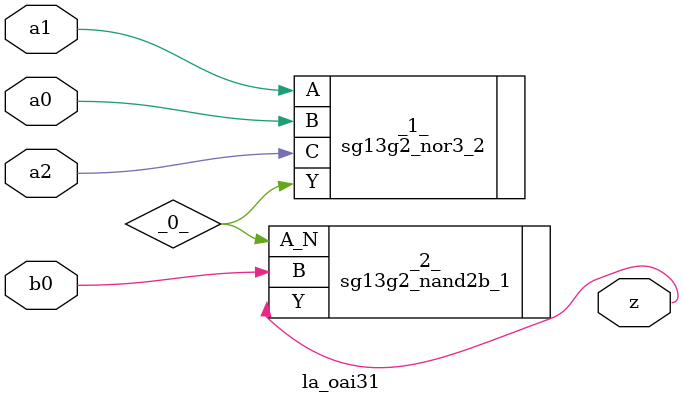
<source format=v>

/* Generated by Yosys 0.44 (git sha1 80ba43d26, g++ 11.4.0-1ubuntu1~22.04 -fPIC -O3) */

(* top =  1  *)
(* src = "generated" *)
(* keep_hierarchy *)
module la_oai31 (
    a0,
    a1,
    a2,
    b0,
    z
);
  wire _0_;
  (* src = "generated" *)
  input a0;
  wire a0;
  (* src = "generated" *)
  input a1;
  wire a1;
  (* src = "generated" *)
  input a2;
  wire a2;
  (* src = "generated" *)
  input b0;
  wire b0;
  (* src = "generated" *)
  output z;
  wire z;
  sg13g2_nor3_2 _1_ (
      .A(a1),
      .B(a0),
      .C(a2),
      .Y(_0_)
  );
  sg13g2_nand2b_1 _2_ (
      .A_N(_0_),
      .B  (b0),
      .Y  (z)
  );
endmodule

</source>
